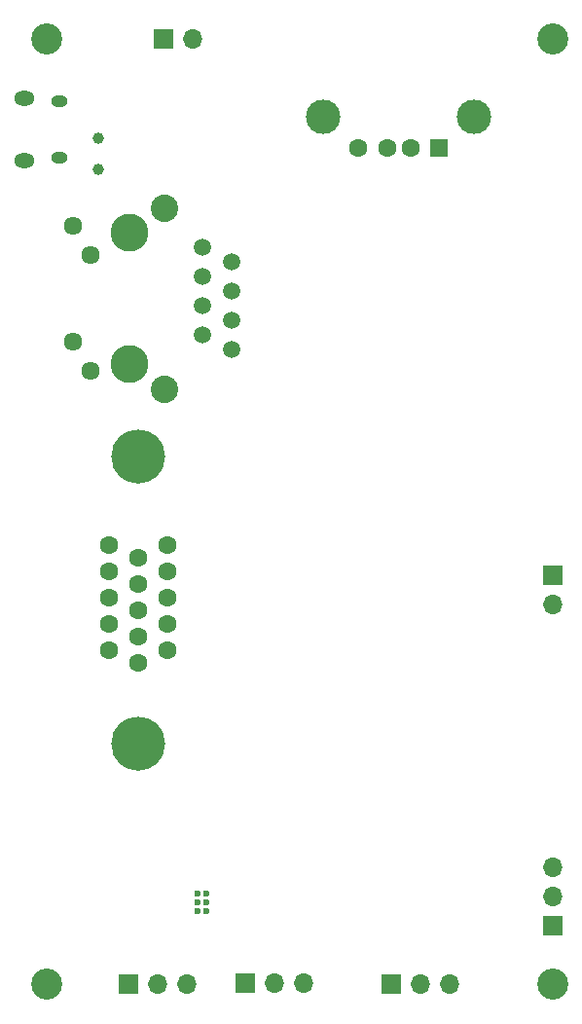
<source format=gbs>
G04 #@! TF.GenerationSoftware,KiCad,Pcbnew,8.0.1-8.0.1-1~ubuntu22.04.1*
G04 #@! TF.CreationDate,2024-06-13T00:54:25-07:00*
G04 #@! TF.ProjectId,emu_brd,656d755f-6272-4642-9e6b-696361645f70,REV1*
G04 #@! TF.SameCoordinates,Original*
G04 #@! TF.FileFunction,Soldermask,Bot*
G04 #@! TF.FilePolarity,Negative*
%FSLAX46Y46*%
G04 Gerber Fmt 4.6, Leading zero omitted, Abs format (unit mm)*
G04 Created by KiCad (PCBNEW 8.0.1-8.0.1-1~ubuntu22.04.1) date 2024-06-13 00:54:25*
%MOMM*%
%LPD*%
G01*
G04 APERTURE LIST*
%ADD10R,1.700000X1.700000*%
%ADD11O,1.700000X1.700000*%
%ADD12C,2.700000*%
%ADD13C,0.600000*%
%ADD14C,3.300000*%
%ADD15C,1.612000*%
%ADD16C,1.504000*%
%ADD17C,2.388400*%
%ADD18O,1.800000X1.300000*%
%ADD19O,1.450000X1.050000*%
%ADD20R,1.600000X1.500000*%
%ADD21C,1.600000*%
%ADD22C,3.000000*%
%ADD23C,1.000000*%
%ADD24C,4.700000*%
%ADD25C,1.600200*%
G04 APERTURE END LIST*
D10*
X117290000Y-81620000D03*
D11*
X117290000Y-84160000D03*
D12*
X117290000Y-35000000D03*
X117290000Y-117180000D03*
X73190000Y-35000000D03*
X73190000Y-117180000D03*
D10*
X90510000Y-117105000D03*
D11*
X93050000Y-117105000D03*
X95590000Y-117105000D03*
D10*
X117290000Y-112100000D03*
D11*
X117290000Y-109560000D03*
X117290000Y-107020000D03*
D13*
X87127400Y-110854800D03*
X87127400Y-110067400D03*
X87127400Y-109280000D03*
X86340000Y-110854800D03*
X86340000Y-110067400D03*
X86340000Y-109280000D03*
D14*
X80389999Y-51840000D03*
X80389999Y-63270000D03*
D15*
X77011410Y-63881260D03*
X75491910Y-61339410D03*
X77011910Y-53769410D03*
X75491410Y-51231260D03*
D16*
X86740000Y-53110000D03*
X89280000Y-54380000D03*
X86740000Y-55650000D03*
X89280000Y-56919999D03*
X86740000Y-58189999D03*
X89280000Y-59460000D03*
X86740000Y-60730000D03*
X89280000Y-62000000D03*
D17*
X83440000Y-49680000D03*
X83440000Y-65430000D03*
D18*
X71270000Y-40125000D03*
D19*
X74300000Y-40425000D03*
X74300000Y-45275000D03*
D18*
X71270000Y-45575000D03*
D10*
X83350000Y-35000000D03*
D11*
X85890000Y-35000000D03*
D20*
X107350000Y-44470000D03*
D21*
X104850000Y-44470000D03*
X102850000Y-44470000D03*
X100350000Y-44470000D03*
D22*
X110420000Y-41760000D03*
X97280000Y-41760000D03*
D23*
X77720000Y-43640000D03*
D10*
X103210000Y-117180000D03*
D11*
X105750000Y-117180000D03*
X108290000Y-117180000D03*
D23*
X77680000Y-46280000D03*
D24*
X81170000Y-96305000D03*
X81170000Y-71315000D03*
D25*
X83710000Y-88139999D03*
X83710000Y-85850001D03*
X83710000Y-83560000D03*
X83710000Y-81270000D03*
X83710000Y-78980000D03*
X81170000Y-89249499D03*
X81170000Y-86959501D03*
X81170000Y-84669500D03*
X81170000Y-82379500D03*
X81170000Y-80089499D03*
X78630000Y-88139999D03*
X78630000Y-85850001D03*
X78630000Y-83560000D03*
X78630000Y-81270000D03*
X78630000Y-78980000D03*
D10*
X80350000Y-117180000D03*
D11*
X82890000Y-117180000D03*
X85430000Y-117180000D03*
M02*

</source>
